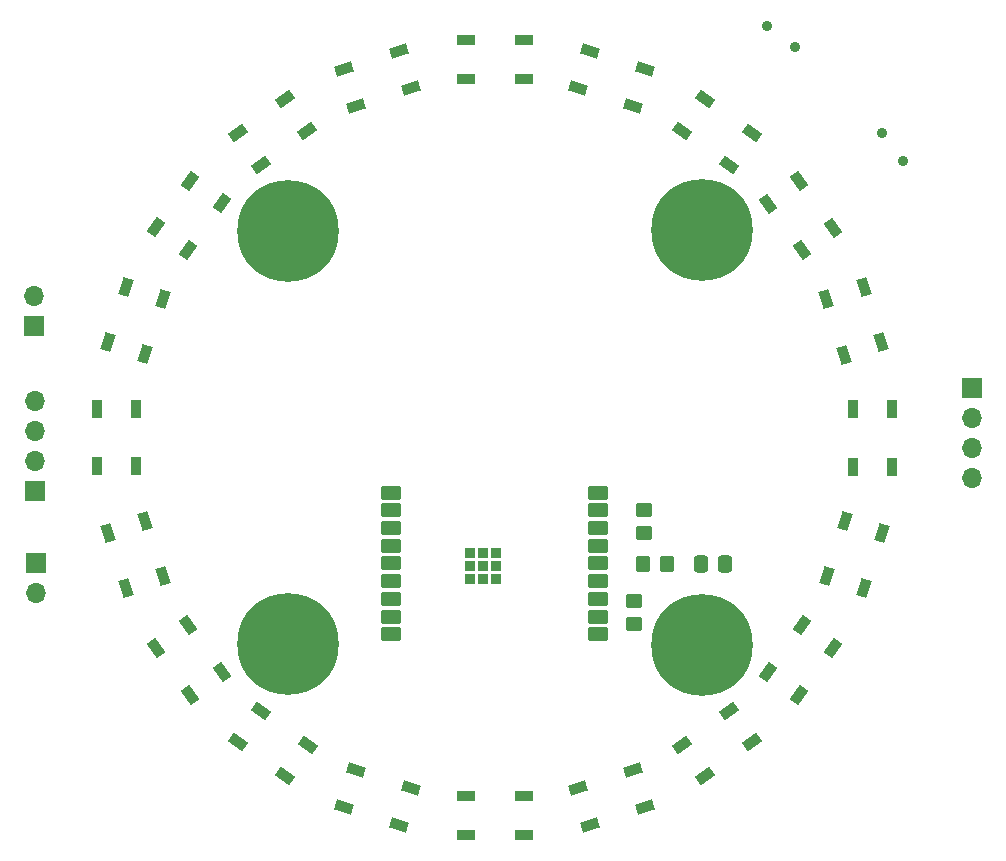
<source format=gbr>
%TF.GenerationSoftware,KiCad,Pcbnew,8.0.2*%
%TF.CreationDate,2024-09-15T21:25:22+02:00*%
%TF.ProjectId,LED_Coaster,4c45445f-436f-4617-9374-65722e6b6963,rev?*%
%TF.SameCoordinates,Original*%
%TF.FileFunction,Soldermask,Bot*%
%TF.FilePolarity,Negative*%
%FSLAX46Y46*%
G04 Gerber Fmt 4.6, Leading zero omitted, Abs format (unit mm)*
G04 Created by KiCad (PCBNEW 8.0.2) date 2024-09-15 21:25:22*
%MOMM*%
%LPD*%
G01*
G04 APERTURE LIST*
G04 Aperture macros list*
%AMRoundRect*
0 Rectangle with rounded corners*
0 $1 Rounding radius*
0 $2 $3 $4 $5 $6 $7 $8 $9 X,Y pos of 4 corners*
0 Add a 4 corners polygon primitive as box body*
4,1,4,$2,$3,$4,$5,$6,$7,$8,$9,$2,$3,0*
0 Add four circle primitives for the rounded corners*
1,1,$1+$1,$2,$3*
1,1,$1+$1,$4,$5*
1,1,$1+$1,$6,$7*
1,1,$1+$1,$8,$9*
0 Add four rect primitives between the rounded corners*
20,1,$1+$1,$2,$3,$4,$5,0*
20,1,$1+$1,$4,$5,$6,$7,0*
20,1,$1+$1,$6,$7,$8,$9,0*
20,1,$1+$1,$8,$9,$2,$3,0*%
%AMRotRect*
0 Rectangle, with rotation*
0 The origin of the aperture is its center*
0 $1 length*
0 $2 width*
0 $3 Rotation angle, in degrees counterclockwise*
0 Add horizontal line*
21,1,$1,$2,0,0,$3*%
G04 Aperture macros list end*
%ADD10C,0.900000*%
%ADD11C,8.600000*%
%ADD12R,1.700000X1.700000*%
%ADD13O,1.700000X1.700000*%
%ADD14R,0.900000X1.500000*%
%ADD15RotRect,1.500000X0.900000X216.000000*%
%ADD16R,1.500000X0.900000*%
%ADD17RotRect,1.500000X0.900000X54.000000*%
%ADD18RoundRect,0.250000X0.350000X0.450000X-0.350000X0.450000X-0.350000X-0.450000X0.350000X-0.450000X0*%
%ADD19RotRect,1.500000X0.900000X72.000000*%
%ADD20RotRect,1.500000X0.900000X198.000000*%
%ADD21RotRect,1.500000X0.900000X234.000000*%
%ADD22RoundRect,0.250000X-0.337500X-0.475000X0.337500X-0.475000X0.337500X0.475000X-0.337500X0.475000X0*%
%ADD23RotRect,1.500000X0.900000X108.000000*%
%ADD24RoundRect,0.102000X0.750000X0.450000X-0.750000X0.450000X-0.750000X-0.450000X0.750000X-0.450000X0*%
%ADD25RoundRect,0.102000X0.350000X0.350000X-0.350000X0.350000X-0.350000X-0.350000X0.350000X-0.350000X0*%
%ADD26RotRect,1.500000X0.900000X144.000000*%
%ADD27RotRect,1.500000X0.900000X36.000000*%
%ADD28RotRect,1.500000X0.900000X306.000000*%
%ADD29RoundRect,0.250000X0.450000X-0.350000X0.450000X0.350000X-0.450000X0.350000X-0.450000X-0.350000X0*%
%ADD30RotRect,1.500000X0.900000X162.000000*%
%ADD31RotRect,1.500000X0.900000X324.000000*%
%ADD32RotRect,1.500000X0.900000X18.000000*%
%ADD33RotRect,1.500000X0.900000X252.000000*%
%ADD34RoundRect,0.250000X-0.450000X0.350000X-0.450000X-0.350000X0.450000X-0.350000X0.450000X0.350000X0*%
%ADD35RotRect,1.500000X0.900000X126.000000*%
%ADD36RotRect,1.500000X0.900000X342.000000*%
%ADD37RotRect,1.500000X0.900000X288.000000*%
G04 APERTURE END LIST*
D10*
%TO.C,H3*%
X132480581Y-100686581D03*
X130200162Y-99742000D03*
X134761000Y-99742000D03*
X129255581Y-97461581D03*
D11*
X132480581Y-97461581D03*
D10*
X135705581Y-97461581D03*
X130200162Y-95181162D03*
X134761000Y-95181162D03*
X132480581Y-94236581D03*
%TD*%
%TO.C,H4*%
X167521419Y-100813581D03*
X165241000Y-99869000D03*
X169801838Y-99869000D03*
X164296419Y-97588581D03*
D11*
X167521419Y-97588581D03*
D10*
X170746419Y-97588581D03*
X165241000Y-95308162D03*
X169801838Y-95308162D03*
X167521419Y-94363581D03*
%TD*%
%TO.C,SW2*%
X184560270Y-56583171D03*
X182796915Y-54156120D03*
%TD*%
D12*
%TO.C,J3*%
X190410000Y-75780000D03*
D13*
X190410000Y-78320000D03*
X190410000Y-80860000D03*
X190410000Y-83400000D03*
%TD*%
D12*
%TO.C,J4*%
X111110000Y-84470000D03*
D13*
X111110000Y-81930000D03*
X111110000Y-79390000D03*
X111110000Y-76850000D03*
%TD*%
D10*
%TO.C,H2*%
X167532581Y-65634581D03*
X165252162Y-64690000D03*
X169813000Y-64690000D03*
X164307581Y-62409581D03*
D11*
X167532581Y-62409581D03*
D10*
X170757581Y-62409581D03*
X165252162Y-60129162D03*
X169813000Y-60129162D03*
X167532581Y-59184581D03*
%TD*%
D12*
%TO.C,J2*%
X111140000Y-90645000D03*
D13*
X111140000Y-93185000D03*
%TD*%
D10*
%TO.C,H1*%
X132480581Y-65761581D03*
X130200162Y-64817000D03*
X134761000Y-64817000D03*
X129255581Y-62536581D03*
D11*
X132480581Y-62536581D03*
D10*
X135705581Y-62536581D03*
X130200162Y-60256162D03*
X134761000Y-60256162D03*
X132480581Y-59311581D03*
%TD*%
%TO.C,SW3*%
X175457055Y-46907253D03*
X173030004Y-45143898D03*
%TD*%
D12*
%TO.C,J1*%
X111000000Y-70525000D03*
D13*
X111000000Y-67985000D03*
%TD*%
D14*
%TO.C,D11*%
X119656579Y-82429224D03*
X116356579Y-82429224D03*
X116356579Y-77529224D03*
X119656579Y-77529224D03*
%TD*%
D15*
%TO.C,D18*%
X169830677Y-103117140D03*
X171770368Y-105786896D03*
X167806185Y-108667044D03*
X165866494Y-105997288D03*
%TD*%
D16*
%TO.C,D16*%
X152470908Y-110348802D03*
X152470908Y-113648802D03*
X147570908Y-113648802D03*
X147570908Y-110348802D03*
%TD*%
D17*
%TO.C,D9*%
X124008900Y-64123198D03*
X121339144Y-62183507D03*
X124219292Y-58219324D03*
X126889048Y-60159015D03*
%TD*%
D18*
%TO.C,R1*%
X164600000Y-90720000D03*
X162600000Y-90720000D03*
%TD*%
D19*
%TO.C,D10*%
X120380915Y-72947734D03*
X117242427Y-71927977D03*
X118756609Y-67267800D03*
X121895097Y-68287557D03*
%TD*%
D20*
%TO.C,D17*%
X161720913Y-108101313D03*
X162740670Y-111239801D03*
X158080493Y-112753983D03*
X157060736Y-109615495D03*
%TD*%
D21*
%TO.C,D19*%
X175999563Y-95855247D03*
X178669319Y-97794938D03*
X175789171Y-101759121D03*
X173119415Y-99819430D03*
%TD*%
D22*
%TO.C,C3*%
X167452500Y-90710000D03*
X169527500Y-90710000D03*
%TD*%
D23*
%TO.C,D12*%
X121904414Y-91707989D03*
X118765926Y-92727746D03*
X117251744Y-88067569D03*
X120390232Y-87047812D03*
%TD*%
D24*
%TO.C,U1*%
X158750000Y-84640000D03*
X158750000Y-86140000D03*
X158750000Y-87640000D03*
X158750000Y-89140000D03*
X158750000Y-90640000D03*
X158750000Y-92140000D03*
X158750000Y-93640000D03*
X158750000Y-95140000D03*
X158750000Y-96640000D03*
X141250000Y-96640000D03*
X141250000Y-95140000D03*
X141250000Y-93640000D03*
X141250000Y-92140000D03*
X141250000Y-90640000D03*
X141250000Y-89140000D03*
X141250000Y-87640000D03*
X141250000Y-86140000D03*
X141250000Y-84640000D03*
D25*
X150140000Y-89740000D03*
X149040000Y-89740000D03*
X147940000Y-89740000D03*
X150140000Y-90840000D03*
X149040000Y-90840000D03*
X147940000Y-90840000D03*
X150140000Y-91940000D03*
X149040000Y-91940000D03*
X147940000Y-91940000D03*
%TD*%
D26*
%TO.C,D14*%
X134159524Y-105985752D03*
X132219833Y-108655508D03*
X128255650Y-105775360D03*
X130195341Y-103105604D03*
%TD*%
D27*
%TO.C,D8*%
X130184943Y-56897682D03*
X128245252Y-54227926D03*
X132209435Y-51347778D03*
X134149126Y-54017534D03*
%TD*%
D28*
%TO.C,D3*%
X173116426Y-60176700D03*
X175786182Y-58237009D03*
X178666330Y-62201192D03*
X175996574Y-64140883D03*
%TD*%
D29*
%TO.C,R4*%
X161830000Y-95780000D03*
X161830000Y-93780000D03*
%TD*%
D30*
%TO.C,D15*%
X142958124Y-109623055D03*
X141938367Y-112761543D03*
X137278190Y-111247361D03*
X138297947Y-108108873D03*
%TD*%
D31*
%TO.C,D4*%
X165869340Y-54024494D03*
X167809031Y-51354738D03*
X171773214Y-54234886D03*
X169833523Y-56904642D03*
%TD*%
D32*
%TO.C,D7*%
X138286426Y-51896228D03*
X137266669Y-48757740D03*
X141926846Y-47243558D03*
X142946603Y-50382046D03*
%TD*%
D14*
%TO.C,D1*%
X180350000Y-77550000D03*
X183650000Y-77550000D03*
X183650000Y-82450000D03*
X180350000Y-82450000D03*
%TD*%
D33*
%TO.C,D20*%
X179641726Y-87051246D03*
X182780214Y-88071003D03*
X181266032Y-92731180D03*
X178127544Y-91711423D03*
%TD*%
D34*
%TO.C,R3*%
X162630000Y-86080000D03*
X162630000Y-88080000D03*
%TD*%
D35*
%TO.C,D13*%
X126896882Y-99801803D03*
X124227126Y-101741494D03*
X121346978Y-97777311D03*
X124016734Y-95837620D03*
%TD*%
D36*
%TO.C,D5*%
X157050656Y-50385886D03*
X158070413Y-47247398D03*
X162730590Y-48761580D03*
X161710833Y-51900068D03*
%TD*%
D16*
%TO.C,D6*%
X147558307Y-49646217D03*
X147558307Y-46346217D03*
X152458307Y-46346217D03*
X152458307Y-49646217D03*
%TD*%
D37*
%TO.C,D2*%
X178095250Y-68293363D03*
X181233738Y-67273606D03*
X182747920Y-71933783D03*
X179609432Y-72953540D03*
%TD*%
M02*

</source>
